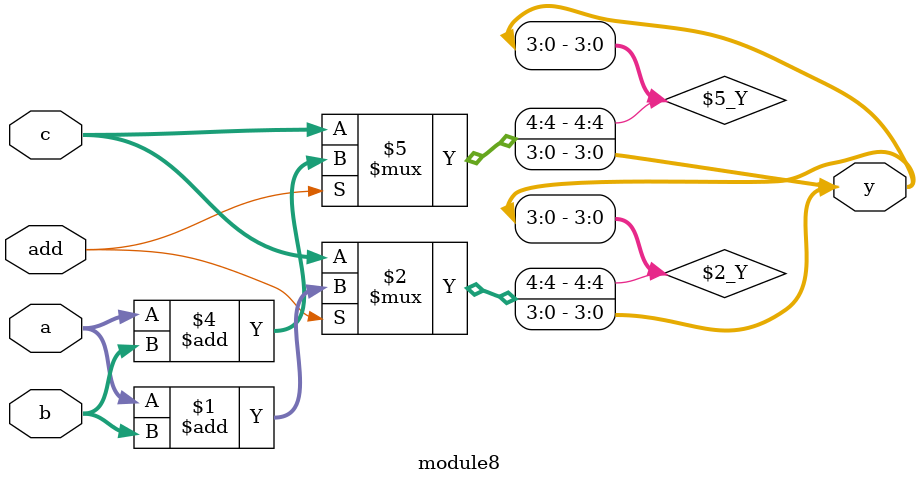
<source format=v>
module module8 (
    input [3:0] a, b,
    input [4:0] c,
    input add,
    output reg [3:0] y
);
    assign y = add ? a + b : c;

    always @(*)
        y = add ? a + b : c;
    
    
endmodule
</source>
